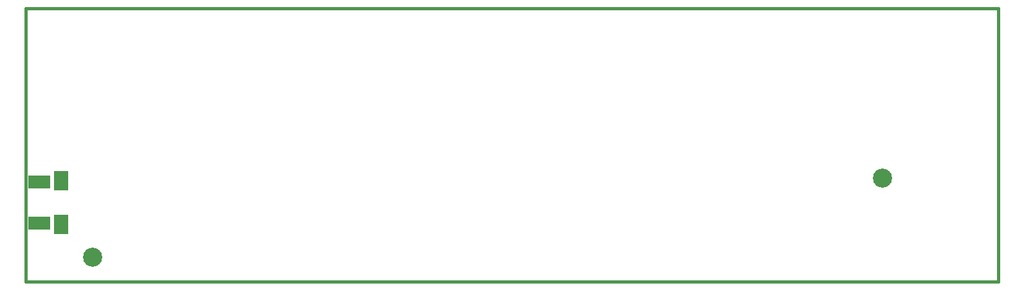
<source format=gbs>
G04 (created by PCBNEW-RS274X (2012-apr-16-27)-stable) date 2013-01-24T21:57:43 CET*
G01*
G70*
G90*
%MOIN*%
G04 Gerber Fmt 3.4, Leading zero omitted, Abs format*
%FSLAX34Y34*%
G04 APERTURE LIST*
%ADD10C,0.006000*%
%ADD11C,0.015000*%
%ADD12C,0.098700*%
%ADD13R,0.075100X0.098700*%
%ADD14R,0.116500X0.071200*%
G04 APERTURE END LIST*
G54D10*
G54D11*
X05827Y-30394D02*
X05827Y-16220D01*
X56220Y-30394D02*
X05827Y-30394D01*
X56220Y-16220D02*
X56220Y-30394D01*
X05827Y-16220D02*
X56220Y-16220D01*
G54D12*
X09291Y-29134D03*
X50236Y-25039D03*
G54D13*
X07650Y-25157D03*
X07650Y-27441D03*
G54D14*
X06516Y-25226D03*
X06516Y-27372D03*
M02*

</source>
